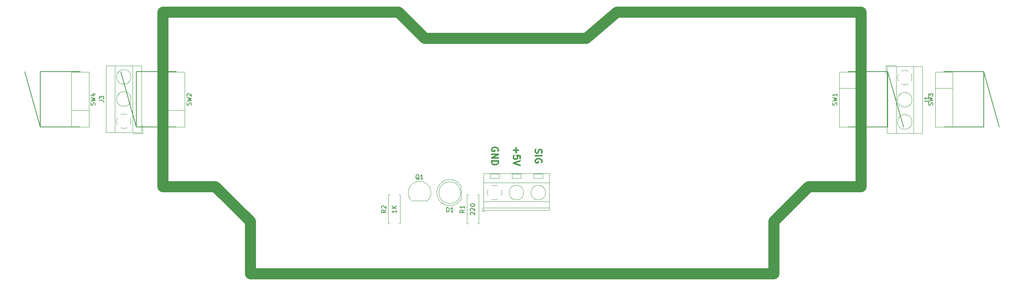
<source format=gbr>
G04 #@! TF.GenerationSoftware,KiCad,Pcbnew,(5.1.5-0-10_14)*
G04 #@! TF.CreationDate,2020-05-14T18:36:20+02:00*
G04 #@! TF.ProjectId,endstop,656e6473-746f-4702-9e6b-696361645f70,rev?*
G04 #@! TF.SameCoordinates,Original*
G04 #@! TF.FileFunction,Legend,Top*
G04 #@! TF.FilePolarity,Positive*
%FSLAX46Y46*%
G04 Gerber Fmt 4.6, Leading zero omitted, Abs format (unit mm)*
G04 Created by KiCad (PCBNEW (5.1.5-0-10_14)) date 2020-05-14 18:36:20*
%MOMM*%
%LPD*%
G04 APERTURE LIST*
%ADD10C,0.300000*%
%ADD11C,2.500000*%
%ADD12C,0.120000*%
%ADD13C,0.150000*%
G04 APERTURE END LIST*
D10*
X157392857Y-62464285D02*
X157321428Y-62678571D01*
X157321428Y-63035714D01*
X157392857Y-63178571D01*
X157464285Y-63250000D01*
X157607142Y-63321428D01*
X157750000Y-63321428D01*
X157892857Y-63250000D01*
X157964285Y-63178571D01*
X158035714Y-63035714D01*
X158107142Y-62750000D01*
X158178571Y-62607142D01*
X158250000Y-62535714D01*
X158392857Y-62464285D01*
X158535714Y-62464285D01*
X158678571Y-62535714D01*
X158750000Y-62607142D01*
X158821428Y-62750000D01*
X158821428Y-63107142D01*
X158750000Y-63321428D01*
X157321428Y-63964285D02*
X158821428Y-63964285D01*
X158750000Y-65464285D02*
X158821428Y-65321428D01*
X158821428Y-65107142D01*
X158750000Y-64892857D01*
X158607142Y-64750000D01*
X158464285Y-64678571D01*
X158178571Y-64607142D01*
X157964285Y-64607142D01*
X157678571Y-64678571D01*
X157535714Y-64750000D01*
X157392857Y-64892857D01*
X157321428Y-65107142D01*
X157321428Y-65250000D01*
X157392857Y-65464285D01*
X157464285Y-65535714D01*
X157964285Y-65535714D01*
X157964285Y-65250000D01*
X152892857Y-62071428D02*
X152892857Y-63214285D01*
X152321428Y-62642857D02*
X153464285Y-62642857D01*
X153821428Y-64642857D02*
X153821428Y-63928571D01*
X153107142Y-63857142D01*
X153178571Y-63928571D01*
X153250000Y-64071428D01*
X153250000Y-64428571D01*
X153178571Y-64571428D01*
X153107142Y-64642857D01*
X152964285Y-64714285D01*
X152607142Y-64714285D01*
X152464285Y-64642857D01*
X152392857Y-64571428D01*
X152321428Y-64428571D01*
X152321428Y-64071428D01*
X152392857Y-63928571D01*
X152464285Y-63857142D01*
X153821428Y-65142857D02*
X152321428Y-65642857D01*
X153821428Y-66142857D01*
X148750000Y-62857142D02*
X148821428Y-62714285D01*
X148821428Y-62500000D01*
X148750000Y-62285714D01*
X148607142Y-62142857D01*
X148464285Y-62071428D01*
X148178571Y-62000000D01*
X147964285Y-62000000D01*
X147678571Y-62071428D01*
X147535714Y-62142857D01*
X147392857Y-62285714D01*
X147321428Y-62500000D01*
X147321428Y-62642857D01*
X147392857Y-62857142D01*
X147464285Y-62928571D01*
X147964285Y-62928571D01*
X147964285Y-62642857D01*
X147321428Y-63571428D02*
X148821428Y-63571428D01*
X147321428Y-64428571D01*
X148821428Y-64428571D01*
X147321428Y-65142857D02*
X148821428Y-65142857D01*
X148821428Y-65500000D01*
X148750000Y-65714285D01*
X148607142Y-65857142D01*
X148464285Y-65928571D01*
X148178571Y-66000000D01*
X147964285Y-66000000D01*
X147678571Y-65928571D01*
X147535714Y-65857142D01*
X147392857Y-65714285D01*
X147321428Y-65500000D01*
X147321428Y-65142857D01*
D11*
X72000000Y-71000000D02*
X72000000Y-31000000D01*
X84000000Y-71000000D02*
X72000000Y-71000000D01*
X92000000Y-79000000D02*
X84000000Y-71000000D01*
X92000000Y-91000000D02*
X92000000Y-79000000D01*
X212000000Y-91000000D02*
X92000000Y-91000000D01*
X212000000Y-79000000D02*
X212000000Y-91000000D01*
X220000000Y-71000000D02*
X212000000Y-79000000D01*
X232000000Y-71000000D02*
X220000000Y-71000000D01*
X232000000Y-31000000D02*
X232000000Y-71000000D01*
X176000000Y-31000000D02*
X232000000Y-31000000D01*
X169000000Y-37000000D02*
X176000000Y-31000000D01*
X132000000Y-37000000D02*
X169000000Y-37000000D01*
X126000000Y-31000000D02*
X132000000Y-37000000D01*
X72000000Y-31000000D02*
X126000000Y-31000000D01*
D12*
X72000000Y-31000000D02*
X84000000Y-31000000D01*
X126370000Y-72930000D02*
X126040000Y-72930000D01*
X126370000Y-79470000D02*
X126370000Y-72930000D01*
X126040000Y-79470000D02*
X126370000Y-79470000D01*
X123630000Y-72930000D02*
X123960000Y-72930000D01*
X123630000Y-79470000D02*
X123630000Y-72930000D01*
X123960000Y-79470000D02*
X123630000Y-79470000D01*
X144370000Y-72930000D02*
X144040000Y-72930000D01*
X144370000Y-79470000D02*
X144370000Y-72930000D01*
X144040000Y-79470000D02*
X144370000Y-79470000D01*
X141630000Y-72930000D02*
X141960000Y-72930000D01*
X141630000Y-79470000D02*
X141630000Y-72930000D01*
X141960000Y-79470000D02*
X141630000Y-79470000D01*
X132648478Y-74228478D02*
G75*
G03X130810000Y-69790000I-1838478J1838478D01*
G01*
X128971522Y-74228478D02*
G75*
G02X130810000Y-69790000I1838478J1838478D01*
G01*
X129010000Y-74240000D02*
X132610000Y-74240000D01*
X67300000Y-58840000D02*
X67300000Y-56840000D01*
X65060000Y-58840000D02*
X67300000Y-58840000D01*
X63976000Y-47020000D02*
X64069000Y-47114000D01*
X61725000Y-44770000D02*
X61784000Y-44829000D01*
X64216000Y-46850000D02*
X64274000Y-46909000D01*
X61931000Y-44565000D02*
X62024000Y-44659000D01*
X63976000Y-52100000D02*
X64069000Y-52194000D01*
X61725000Y-49850000D02*
X61784000Y-49909000D01*
X64216000Y-51930000D02*
X64274000Y-51989000D01*
X61931000Y-49645000D02*
X62024000Y-49739000D01*
X58940000Y-43240000D02*
X67060000Y-43240000D01*
X58940000Y-58600000D02*
X67060000Y-58600000D01*
X67060000Y-58600000D02*
X67060000Y-43240000D01*
X58940000Y-58600000D02*
X58940000Y-43240000D01*
X61000000Y-58600000D02*
X61000000Y-43240000D01*
X65000000Y-58600000D02*
X65000000Y-43240000D01*
X64680000Y-45840000D02*
G75*
G03X64680000Y-45840000I-1680000J0D01*
G01*
X64680000Y-50920000D02*
G75*
G03X64680000Y-50920000I-1680000J0D01*
G01*
X64680450Y-55970617D02*
G75*
G02X64484000Y-56789000I-1680450J-29383D01*
G01*
X63789088Y-57483953D02*
G75*
G02X62211000Y-57484000I-789088J1483953D01*
G01*
X61516047Y-56789088D02*
G75*
G02X61516000Y-55211000I1483953J789088D01*
G01*
X62210912Y-54516047D02*
G75*
G02X63789000Y-54516000I789088J-1483953D01*
G01*
X64483352Y-55211288D02*
G75*
G02X64680000Y-56000000I-1483352J-788712D01*
G01*
X237700000Y-43160000D02*
X237700000Y-45160000D01*
X239940000Y-43160000D02*
X237700000Y-43160000D01*
X241024000Y-54980000D02*
X240931000Y-54886000D01*
X243275000Y-57230000D02*
X243216000Y-57171000D01*
X240784000Y-55150000D02*
X240726000Y-55091000D01*
X243069000Y-57435000D02*
X242976000Y-57341000D01*
X241024000Y-49900000D02*
X240931000Y-49806000D01*
X243275000Y-52150000D02*
X243216000Y-52091000D01*
X240784000Y-50070000D02*
X240726000Y-50011000D01*
X243069000Y-52355000D02*
X242976000Y-52261000D01*
X246060000Y-58760000D02*
X237940000Y-58760000D01*
X246060000Y-43400000D02*
X237940000Y-43400000D01*
X237940000Y-43400000D02*
X237940000Y-58760000D01*
X246060000Y-43400000D02*
X246060000Y-58760000D01*
X244000000Y-43400000D02*
X244000000Y-58760000D01*
X240000000Y-43400000D02*
X240000000Y-58760000D01*
X243680000Y-56160000D02*
G75*
G03X243680000Y-56160000I-1680000J0D01*
G01*
X243680000Y-51080000D02*
G75*
G03X243680000Y-51080000I-1680000J0D01*
G01*
X240319550Y-46029383D02*
G75*
G02X240516000Y-45211000I1680450J29383D01*
G01*
X241210912Y-44516047D02*
G75*
G02X242789000Y-44516000I789088J-1483953D01*
G01*
X243483953Y-45210912D02*
G75*
G02X243484000Y-46789000I-1483953J-789088D01*
G01*
X242789088Y-47483953D02*
G75*
G02X241211000Y-47484000I-789088J1483953D01*
G01*
X240516648Y-46788712D02*
G75*
G02X240320000Y-46000000I1483352J788712D01*
G01*
D13*
X238100000Y-44650000D02*
X241700000Y-57350000D01*
X238100000Y-57350000D02*
X238100000Y-44650000D01*
X229000000Y-57350000D02*
X238100000Y-57350000D01*
X229000000Y-44650000D02*
X238100000Y-44650000D01*
D12*
X231000000Y-48460000D02*
X227000000Y-48460000D01*
X227000000Y-44670000D02*
X231000000Y-44670000D01*
X227000000Y-57330000D02*
X227000000Y-44670000D01*
X231000000Y-57330000D02*
X227000000Y-57330000D01*
X231000000Y-44670000D02*
X231000000Y-57330000D01*
D13*
X43900000Y-57350000D02*
X40300000Y-44650000D01*
X43900000Y-44650000D02*
X43900000Y-57350000D01*
X53000000Y-44650000D02*
X43900000Y-44650000D01*
X53000000Y-57350000D02*
X43900000Y-57350000D01*
D12*
X51000000Y-53540000D02*
X55000000Y-53540000D01*
X55000000Y-57330000D02*
X51000000Y-57330000D01*
X55000000Y-44670000D02*
X55000000Y-57330000D01*
X51000000Y-44670000D02*
X55000000Y-44670000D01*
X51000000Y-57330000D02*
X51000000Y-44670000D01*
D13*
X260100000Y-44650000D02*
X263700000Y-57350000D01*
X260100000Y-57350000D02*
X260100000Y-44650000D01*
X251000000Y-57350000D02*
X260100000Y-57350000D01*
X251000000Y-44650000D02*
X260100000Y-44650000D01*
D12*
X253000000Y-48460000D02*
X249000000Y-48460000D01*
X249000000Y-44670000D02*
X253000000Y-44670000D01*
X249000000Y-57330000D02*
X249000000Y-44670000D01*
X253000000Y-57330000D02*
X249000000Y-57330000D01*
X253000000Y-44670000D02*
X253000000Y-57330000D01*
X73000000Y-57330000D02*
X73000000Y-44670000D01*
X73000000Y-44670000D02*
X77000000Y-44670000D01*
X77000000Y-44670000D02*
X77000000Y-57330000D01*
X77000000Y-57330000D02*
X73000000Y-57330000D01*
X73000000Y-53540000D02*
X77000000Y-53540000D01*
D13*
X75000000Y-57350000D02*
X65900000Y-57350000D01*
X75000000Y-44650000D02*
X65900000Y-44650000D01*
X65900000Y-44650000D02*
X65900000Y-57350000D01*
X65900000Y-57350000D02*
X62300000Y-44650000D01*
D12*
X134740000Y-72389538D02*
G75*
G03X140290000Y-73934830I2990000J-462D01*
G01*
X134740000Y-72390462D02*
G75*
G02X140290000Y-70845170I2990000J462D01*
G01*
X140230000Y-72390000D02*
G75*
G03X140230000Y-72390000I-2500000J0D01*
G01*
X140290000Y-73935000D02*
X140290000Y-70845000D01*
X148683318Y-73924756D02*
G75*
G02X148000000Y-74070000I-683318J1534756D01*
G01*
X149535426Y-71706958D02*
G75*
G02X149535000Y-73074000I-1535426J-683042D01*
G01*
X147316958Y-70854574D02*
G75*
G02X148684000Y-70855000I683042J-1535426D01*
G01*
X146464574Y-73073042D02*
G75*
G02X146465000Y-71706000I1535426J683042D01*
G01*
X148028805Y-74070253D02*
G75*
G02X147316000Y-73925000I-28805J1680253D01*
G01*
X154680000Y-72390000D02*
G75*
G03X154680000Y-72390000I-1680000J0D01*
G01*
X159680000Y-72390000D02*
G75*
G03X159680000Y-72390000I-1680000J0D01*
G01*
X145440000Y-75890000D02*
X160560000Y-75890000D01*
X145440000Y-74390000D02*
X160560000Y-74390000D01*
X145440000Y-70089000D02*
X160560000Y-70089000D01*
X145440000Y-68030000D02*
X160560000Y-68030000D01*
X145440000Y-76450000D02*
X160560000Y-76450000D01*
X145440000Y-68030000D02*
X145440000Y-76450000D01*
X160560000Y-68030000D02*
X160560000Y-76450000D01*
X147000000Y-68090000D02*
X149000000Y-68090000D01*
X147000000Y-69090000D02*
X149000000Y-69090000D01*
X147000000Y-68090000D02*
X147000000Y-69090000D01*
X149000000Y-68090000D02*
X149000000Y-69090000D01*
X154275000Y-71321000D02*
X154228000Y-71367000D01*
X151966000Y-73629000D02*
X151931000Y-73664000D01*
X154070000Y-71115000D02*
X154035000Y-71151000D01*
X151773000Y-73413000D02*
X151726000Y-73459000D01*
X152000000Y-68090000D02*
X154000000Y-68090000D01*
X152000000Y-69090000D02*
X154000000Y-69090000D01*
X152000000Y-68090000D02*
X152000000Y-69090000D01*
X154000000Y-68090000D02*
X154000000Y-69090000D01*
X159275000Y-71321000D02*
X159228000Y-71367000D01*
X156966000Y-73629000D02*
X156931000Y-73664000D01*
X159070000Y-71115000D02*
X159035000Y-71151000D01*
X156773000Y-73413000D02*
X156726000Y-73459000D01*
X157000000Y-68090000D02*
X159000000Y-68090000D01*
X157000000Y-69090000D02*
X159000000Y-69090000D01*
X157000000Y-68090000D02*
X157000000Y-69090000D01*
X159000000Y-68090000D02*
X159000000Y-69090000D01*
X145200000Y-75950000D02*
X145200000Y-76690000D01*
X145200000Y-76690000D02*
X145700000Y-76690000D01*
D13*
X123082380Y-76366666D02*
X122606190Y-76700000D01*
X123082380Y-76938095D02*
X122082380Y-76938095D01*
X122082380Y-76557142D01*
X122130000Y-76461904D01*
X122177619Y-76414285D01*
X122272857Y-76366666D01*
X122415714Y-76366666D01*
X122510952Y-76414285D01*
X122558571Y-76461904D01*
X122606190Y-76557142D01*
X122606190Y-76938095D01*
X122177619Y-75985714D02*
X122130000Y-75938095D01*
X122082380Y-75842857D01*
X122082380Y-75604761D01*
X122130000Y-75509523D01*
X122177619Y-75461904D01*
X122272857Y-75414285D01*
X122368095Y-75414285D01*
X122510952Y-75461904D01*
X123082380Y-76033333D01*
X123082380Y-75414285D01*
X125452380Y-76414285D02*
X125452380Y-76985714D01*
X125452380Y-76700000D02*
X124452380Y-76700000D01*
X124595238Y-76795238D01*
X124690476Y-76890476D01*
X124738095Y-76985714D01*
X125452380Y-75985714D02*
X124452380Y-75985714D01*
X125452380Y-75414285D02*
X124880952Y-75842857D01*
X124452380Y-75414285D02*
X125023809Y-75985714D01*
X141082380Y-76366666D02*
X140606190Y-76700000D01*
X141082380Y-76938095D02*
X140082380Y-76938095D01*
X140082380Y-76557142D01*
X140130000Y-76461904D01*
X140177619Y-76414285D01*
X140272857Y-76366666D01*
X140415714Y-76366666D01*
X140510952Y-76414285D01*
X140558571Y-76461904D01*
X140606190Y-76557142D01*
X140606190Y-76938095D01*
X141082380Y-75414285D02*
X141082380Y-75985714D01*
X141082380Y-75700000D02*
X140082380Y-75700000D01*
X140225238Y-75795238D01*
X140320476Y-75890476D01*
X140368095Y-75985714D01*
X142547619Y-77438095D02*
X142500000Y-77390476D01*
X142452380Y-77295238D01*
X142452380Y-77057142D01*
X142500000Y-76961904D01*
X142547619Y-76914285D01*
X142642857Y-76866666D01*
X142738095Y-76866666D01*
X142880952Y-76914285D01*
X143452380Y-77485714D01*
X143452380Y-76866666D01*
X142547619Y-76485714D02*
X142500000Y-76438095D01*
X142452380Y-76342857D01*
X142452380Y-76104761D01*
X142500000Y-76009523D01*
X142547619Y-75961904D01*
X142642857Y-75914285D01*
X142738095Y-75914285D01*
X142880952Y-75961904D01*
X143452380Y-76533333D01*
X143452380Y-75914285D01*
X142452380Y-75295238D02*
X142452380Y-75200000D01*
X142500000Y-75104761D01*
X142547619Y-75057142D01*
X142642857Y-75009523D01*
X142833333Y-74961904D01*
X143071428Y-74961904D01*
X143261904Y-75009523D01*
X143357142Y-75057142D01*
X143404761Y-75104761D01*
X143452380Y-75200000D01*
X143452380Y-75295238D01*
X143404761Y-75390476D01*
X143357142Y-75438095D01*
X143261904Y-75485714D01*
X143071428Y-75533333D01*
X142833333Y-75533333D01*
X142642857Y-75485714D01*
X142547619Y-75438095D01*
X142500000Y-75390476D01*
X142452380Y-75295238D01*
X130714761Y-69377619D02*
X130619523Y-69330000D01*
X130524285Y-69234761D01*
X130381428Y-69091904D01*
X130286190Y-69044285D01*
X130190952Y-69044285D01*
X130238571Y-69282380D02*
X130143333Y-69234761D01*
X130048095Y-69139523D01*
X130000476Y-68949047D01*
X130000476Y-68615714D01*
X130048095Y-68425238D01*
X130143333Y-68330000D01*
X130238571Y-68282380D01*
X130429047Y-68282380D01*
X130524285Y-68330000D01*
X130619523Y-68425238D01*
X130667142Y-68615714D01*
X130667142Y-68949047D01*
X130619523Y-69139523D01*
X130524285Y-69234761D01*
X130429047Y-69282380D01*
X130238571Y-69282380D01*
X131619523Y-69282380D02*
X131048095Y-69282380D01*
X131333809Y-69282380D02*
X131333809Y-68282380D01*
X131238571Y-68425238D01*
X131143333Y-68520476D01*
X131048095Y-68568095D01*
X57392380Y-51253333D02*
X58106666Y-51253333D01*
X58249523Y-51300952D01*
X58344761Y-51396190D01*
X58392380Y-51539047D01*
X58392380Y-51634285D01*
X57392380Y-50872380D02*
X57392380Y-50253333D01*
X57773333Y-50586666D01*
X57773333Y-50443809D01*
X57820952Y-50348571D01*
X57868571Y-50300952D01*
X57963809Y-50253333D01*
X58201904Y-50253333D01*
X58297142Y-50300952D01*
X58344761Y-50348571D01*
X58392380Y-50443809D01*
X58392380Y-50729523D01*
X58344761Y-50824761D01*
X58297142Y-50872380D01*
X246512380Y-51413333D02*
X247226666Y-51413333D01*
X247369523Y-51460952D01*
X247464761Y-51556190D01*
X247512380Y-51699047D01*
X247512380Y-51794285D01*
X247512380Y-50413333D02*
X247512380Y-50984761D01*
X247512380Y-50699047D02*
X246512380Y-50699047D01*
X246655238Y-50794285D01*
X246750476Y-50889523D01*
X246798095Y-50984761D01*
X226404761Y-52333333D02*
X226452380Y-52190476D01*
X226452380Y-51952380D01*
X226404761Y-51857142D01*
X226357142Y-51809523D01*
X226261904Y-51761904D01*
X226166666Y-51761904D01*
X226071428Y-51809523D01*
X226023809Y-51857142D01*
X225976190Y-51952380D01*
X225928571Y-52142857D01*
X225880952Y-52238095D01*
X225833333Y-52285714D01*
X225738095Y-52333333D01*
X225642857Y-52333333D01*
X225547619Y-52285714D01*
X225500000Y-52238095D01*
X225452380Y-52142857D01*
X225452380Y-51904761D01*
X225500000Y-51761904D01*
X225452380Y-51428571D02*
X226452380Y-51190476D01*
X225738095Y-51000000D01*
X226452380Y-50809523D01*
X225452380Y-50571428D01*
X226452380Y-49666666D02*
X226452380Y-50238095D01*
X226452380Y-49952380D02*
X225452380Y-49952380D01*
X225595238Y-50047619D01*
X225690476Y-50142857D01*
X225738095Y-50238095D01*
X56404761Y-52333333D02*
X56452380Y-52190476D01*
X56452380Y-51952380D01*
X56404761Y-51857142D01*
X56357142Y-51809523D01*
X56261904Y-51761904D01*
X56166666Y-51761904D01*
X56071428Y-51809523D01*
X56023809Y-51857142D01*
X55976190Y-51952380D01*
X55928571Y-52142857D01*
X55880952Y-52238095D01*
X55833333Y-52285714D01*
X55738095Y-52333333D01*
X55642857Y-52333333D01*
X55547619Y-52285714D01*
X55500000Y-52238095D01*
X55452380Y-52142857D01*
X55452380Y-51904761D01*
X55500000Y-51761904D01*
X55452380Y-51428571D02*
X56452380Y-51190476D01*
X55738095Y-51000000D01*
X56452380Y-50809523D01*
X55452380Y-50571428D01*
X55785714Y-49761904D02*
X56452380Y-49761904D01*
X55404761Y-50000000D02*
X56119047Y-50238095D01*
X56119047Y-49619047D01*
X248404761Y-52333333D02*
X248452380Y-52190476D01*
X248452380Y-51952380D01*
X248404761Y-51857142D01*
X248357142Y-51809523D01*
X248261904Y-51761904D01*
X248166666Y-51761904D01*
X248071428Y-51809523D01*
X248023809Y-51857142D01*
X247976190Y-51952380D01*
X247928571Y-52142857D01*
X247880952Y-52238095D01*
X247833333Y-52285714D01*
X247738095Y-52333333D01*
X247642857Y-52333333D01*
X247547619Y-52285714D01*
X247500000Y-52238095D01*
X247452380Y-52142857D01*
X247452380Y-51904761D01*
X247500000Y-51761904D01*
X247452380Y-51428571D02*
X248452380Y-51190476D01*
X247738095Y-51000000D01*
X248452380Y-50809523D01*
X247452380Y-50571428D01*
X247452380Y-50285714D02*
X247452380Y-49666666D01*
X247833333Y-50000000D01*
X247833333Y-49857142D01*
X247880952Y-49761904D01*
X247928571Y-49714285D01*
X248023809Y-49666666D01*
X248261904Y-49666666D01*
X248357142Y-49714285D01*
X248404761Y-49761904D01*
X248452380Y-49857142D01*
X248452380Y-50142857D01*
X248404761Y-50238095D01*
X248357142Y-50285714D01*
X78404761Y-52333333D02*
X78452380Y-52190476D01*
X78452380Y-51952380D01*
X78404761Y-51857142D01*
X78357142Y-51809523D01*
X78261904Y-51761904D01*
X78166666Y-51761904D01*
X78071428Y-51809523D01*
X78023809Y-51857142D01*
X77976190Y-51952380D01*
X77928571Y-52142857D01*
X77880952Y-52238095D01*
X77833333Y-52285714D01*
X77738095Y-52333333D01*
X77642857Y-52333333D01*
X77547619Y-52285714D01*
X77500000Y-52238095D01*
X77452380Y-52142857D01*
X77452380Y-51904761D01*
X77500000Y-51761904D01*
X77452380Y-51428571D02*
X78452380Y-51190476D01*
X77738095Y-51000000D01*
X78452380Y-50809523D01*
X77452380Y-50571428D01*
X77547619Y-50238095D02*
X77500000Y-50190476D01*
X77452380Y-50095238D01*
X77452380Y-49857142D01*
X77500000Y-49761904D01*
X77547619Y-49714285D01*
X77642857Y-49666666D01*
X77738095Y-49666666D01*
X77880952Y-49714285D01*
X78452380Y-50285714D01*
X78452380Y-49666666D01*
X136991904Y-76802380D02*
X136991904Y-75802380D01*
X137230000Y-75802380D01*
X137372857Y-75850000D01*
X137468095Y-75945238D01*
X137515714Y-76040476D01*
X137563333Y-76230952D01*
X137563333Y-76373809D01*
X137515714Y-76564285D01*
X137468095Y-76659523D01*
X137372857Y-76754761D01*
X137230000Y-76802380D01*
X136991904Y-76802380D01*
X138515714Y-76802380D02*
X137944285Y-76802380D01*
X138230000Y-76802380D02*
X138230000Y-75802380D01*
X138134761Y-75945238D01*
X138039523Y-76040476D01*
X137944285Y-76088095D01*
M02*

</source>
